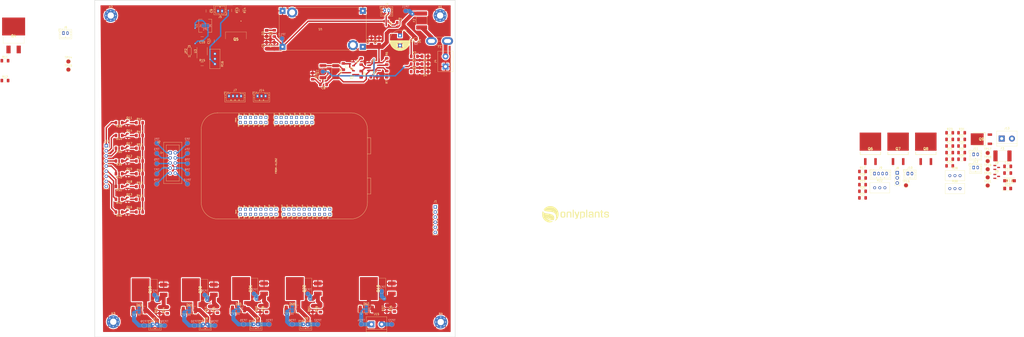
<source format=kicad_pcb>
(kicad_pcb (version 20221018) (generator pcbnew)
  (title_block (title "Greenhouse project FRDM-KL35Z hat") (date "2023-02-18") (rev "V1.0") (company "OnlyPlants") (comment 1 "Author: Emiel Visser"))
  (layers (0 "F.Cu" signal) (31 "B.Cu" signal) (34 "B.Paste" user) (35 "F.Paste" user) (36 "B.SilkS" user "B.Silkscreen") (37 "F.SilkS" user "F.Silkscreen") (38 "B.Mask" user) (39 "F.Mask" user) (44 "Edge.Cuts" user))
  (net 0 "")
  (net 65 "/Humidifier/piezo+")
  (net 66 "GNDREF")
  (net 67 "Net-(U2-THR)")
  (net 68 "+15V")
  (net 69 "+12V")
  (net 70 "/Water/Pump-")
  (net 71 "/Fans/Fan1-")
  (net 72 "/Fans/Fan2-")
  (net 73 "/Fans/Fan3-")
  (net 74 "/Fans/Fan4-")
  (net 75 "THERM0")
  (net 76 "THERM1")
  (net 77 "ANODE")
  (net 78 "Net-(Q1-G)")
  (net 79 "/OLED_SDA")
  (net 80 "/OLED_SCL")
  (net 81 "Net-(Q3-B)")
  (net 82 "AHT_SDA")
  (net 83 "AHT_SCL")
  (net 84 "LDR_OUT")
  (net 85 "/Humidifier/MIST-")
  (net 86 "HUM_OUT")
  (net 87 "adj")
  (net 88 "Net-(U2-DIS)")
  (net 89 "Net-(U2-Q)")
  (net 90 "/Heating/BED_OUT")
  (net 91 "Net-(D1-A)")
  (net 93 "Net-(D2-A)")
  (net 94 "/Fans/Fan1+")
  (net 95 "/Fans/Fan2+")
  (net 96 "/Fans/Fan3+")
  (net 97 "/Fans/Fan4+")
  (net 98 "/OUT_SW1")
  (net 99 "/OUT_SW2")
  (net 100 "/OUT_SW3")
  (net 101 "/OUT_SW4")
  (net 102 "/OUT_SW5")
  (net 103 "+3.3V")
  (net 104 "/BT_STATE")
  (net 105 "Net-(D3-A)")
  (net 106 "/Water/Pump+")
  (net 107 "VDC")
  (net 108 "Net-(Q9-Pad1)")
  (net 109 "R_IN")
  (net 110 "G_IN")
  (net 111 "B_IN")
  (net 112 "Net-(Q14-B)")
  (net 113 "Net-(F1-Pad2)")
  (net 114 "Net-(Q5-Pad1)")
  (net 115 "Net-(Q10-Pad1)")
  (net 116 "/BT_RXD")
  (net 117 "SENS1")
  (net 118 "Net-(Q16-B)")
  (net 119 "SENS2")
  (net 120 "Net-(Q17-B)")
  (net 121 "SENS3")
  (net 122 "Net-(Q18-B)")
  (net 123 "SENS4")
  (net 124 "SENS5")
  (net 125 "SENS6")
  (net 126 "SENS7")
  (net 127 "SENS8")
  (net 128 "MIST_EN")
  (net 129 "HEATER_IN")
  (net 130 "PUMP_IN")
  (net 131 "FAN1_IN")
  (net 132 "FAN2_IN")
  (net 133 "FAN3_IN")
  (net 134 "FAN4_IN")
  (net 135 "MIST_CLK")
  (net 136 "/BT_TXD")
  (net 137 "/BT_EN")
  (net 138 "/Power/BATT_IN")
  (net 139 "Net-(Q2-E)")
  (net 140 "Net-(D6-K)")
  (net 141 "Net-(C9-Pad2)")
  (net 142 "Net-(U3-CV)")
  (net 143 "Net-(U3-THR)")
  (net 144 "Net-(D4-A)")
  (net 145 "Net-(D8-K-Pad3)")
  (net 146 "Net-(D9-K-Pad3)")
  (net 147 "Net-(D10-A)")
  (net 148 "Net-(D11-Pad1)")
  (net 149 "Net-(J8-Pin_2)")
  (net 150 "Net-(J9-Pin_2)")
  (net 151 "Net-(J9-Pin_3)")
  (net 152 "Net-(J9-Pin_4)")
  (net 153 "Net-(J11-Pin_1)")
  (net 154 "Net-(J12-Pin_1)")
  (net 155 "Net-(JP1-C)")
  (net 156 "Net-(JP2-A)")
  (net 158 "Net-(Q2-B)")
  (net 159 "Net-(Q4-Pad1)")
  (net 160 "Net-(Q11-B)")
  (net 161 "Net-(Q12-B)")
  (net 162 "Net-(Q13-B)")
  (net 163 "Net-(Q15-B)")
  (net 164 "Net-(Q19-Pad1)")
  (net 165 "Net-(Q20-Pad1)")
  (net 166 "Net-(Q21-Pad1)")
  (net 167 "Net-(Q22-Pad1)")
  (net 168 "Net-(R20-Pad2)")
  (net 169 "Net-(R27-Pad2)")
  (net 170 "Net-(R29-Pad2)")
  (footprint "Package_TO_SOT_SMD:SOT-23" (layer "F.Cu") (at 142.5725 111.76)
    (fp_text reference "Q11")
    (fp_text value "BC847")
  )
  (footprint "Diode_SMD:D_SOD-323" (layer "F.Cu") (at 285.021 71.12 -90)
    (fp_text reference "D5")
    (fp_text value "BZX384-A13-QX")
  )
  (footprint "Connector_JST:JST_PH_B2B-PH-K_1x02_P2.00mm_Vertical" (layer "F.Cu") (at 204.47 212.09)
    (fp_text reference "J19")
    (fp_text value "Conn_01x02_Socket")
  )
  (footprint "TerminalBlock:TerminalBlock_bornier-2_P5.08mm" (layer "F.Cu") (at 299.72 83.82 90)
    (fp_text reference "J4")
    (fp_text value "Screw_Terminal_01x02")
  )
  (footprint "SamacSys_Parts:IRF640S" (layer "F.Cu") (at 510.84 123.155)
    (fp_text reference "Q6")
    (fp_text value "IRF640S" hide)
  )
  (footprint "Resistor_SMD:R_1206_3216Metric_Pad1.30x1.75mm_HandSolder" (layer "F.Cu") (at 147.6525 149.86)
    (fp_text reference "R43")
    (fp_text value "2.2k")
  )
  (footprint "SamacSys_Parts:IRF2804STRLPBF" (layer "F.Cu") (at 154.904882 194.90625 90)
    (fp_text reference "Q19")
    (fp_text value "IRLZ44NSTRLPBF" hide)
  )
  (footprint "TestPoint:TestPoint_Pad_D2.0mm" (layer "F.Cu") (at 569.131 130.87)
    (fp_text reference "TP18")
    (fp_text value "TestPoint")
  )
  (footprint "Resistor_SMD:R_1206_3216Metric_Pad1.30x1.75mm_HandSolder" (layer "F.Cu") (at 80.8 80.915)
    (fp_text reference "R11")
    (fp_text value "2.2k")
  )
  (footprint "Connector_PinHeader_2.54mm:PinHeader_1x09_P2.54mm_Vertical" (layer "F.Cu") (at 131.1425 123.19)
    (fp_text reference "J16")
    (fp_text value "Conn_01x09_Socket")
  )
  (footprint "Diode_SMD:D_2512_6332Metric_Pad1.52x3.35mm_HandSolder" (layer "F.Cu") (at 238.76 86.36 90)
    (fp_text reference "D7")
    (fp_text value "1N4007")
  )
  (footprint "LED_SMD:LED_1206_3216Metric_Pad1.42x1.75mm_HandSolder" (layer "F.Cu") (at 289.56 78.74 180)
    (fp_text reference "D2")
    (fp_text value "LED")
  )
  (footprint "Diode_SMD:D_2512_6332Metric_Pad1.52x3.35mm_HandSolder" (layer "F.Cu") (at 172.412441 205.01275)
    (fp_text reference "D14")
    (fp_text value "1N4007")
  )
  (footprint "Resistor_SMD:R_1206_3216Metric_Pad1.30x1.75mm_HandSolder" (layer "F.Cu") (at 556.181 126.65)
    (fp_text reference "R34")
    (fp_text value "12k")
  )
  (footprint "Capacitor_SMD:C_1206_3216Metric_Pad1.33x1.80mm_HandSolder" (layer "F.Cu") (at 178.7775 69.85 180)
    (fp_text reference "C10")
    (fp_text value "100nF")
  )
  (footprint "Capacitor_SMD:C_1206_3216Metric_Pad1.33x1.80mm_HandSolder" (layer "F.Cu") (at 262.89 71.12 90)
    (fp_text reference "C2")
    (fp_text value "10uF")
  )
  (footprint "SamacSys_Parts:IRF640S" (layer "F.Cu") (at 524.608 123.155)
    (fp_text reference "Q7")
    (fp_text value "IRF640S" hide)
  )
  (footprint "Package_TO_SOT_SMD:SOT-23" (layer "F.Cu") (at 573.601 134.03)
    (fp_text reference "D8")
    (fp_text value "BAV99")
  )
  (footprint "Connector_JST:JST_PH_B2B-PH-K_1x02_P2.00mm_Vertical" (layer "F.Cu") (at 229.186132 212.09)
    (fp_text reference "J20")
    (fp_text value "Conn_01x02_Socket")
  )
  (footprint "Package_SO:SOIC-8_3.9x4.9mm_P1.27mm" (layer "F.Cu") (at 178.7775 76.2 90)
    (fp_text reference "U3")
    (fp_text value "NE555D")
  )
  (footprint "Jumper:SolderJumper-3_P1.3mm_Bridged2Bar12_RoundedPad1.0x1.5mm_NumberLabels" (layer "F.Cu") (at 172.4275 76.2 90)
    (fp_text reference "JP2")
    (fp_text value "Jumper_3_Bridged12")
  )
  (footprint "TestPoint:TestPoint_Pad_D2.0mm" (layer "F.Cu") (at 569.131 126.82)
    (fp_text reference "TP17")
    (fp_text value "TestPoint")
  )
  (footprint "FRDM-KL25Z:FRDM_KL25Z_NORMAL" (layer "F.Cu") (at 215.522205 133.260001 90)
    (fp_text reference "FRDM1")
    (fp_text value "FRDM-KL25Z")
  )
  (footprint "Resistor_SMD:R_1206_3216Metric_Pad1.30x1.75mm_HandSolder" (layer "F.Cu") (at 233.68 88.62 -90)
    (fp_text reference "R10")
    (fp_text value "25")
  )
  (footprint "Resistor_SMD:R_1206_3216Metric_Pad1.30x1.75mm_HandSolder" (layer "F.Cu") (at 214.63 67.31 90)
    (fp_text reference "R3")
    (fp_text value "4.7k")
  )
  (footprint "Resistor_SMD:R_1206_3216Metric_Pad1.30x1.75mm_HandSolder" (layer "F.Cu") (at 186.382441 204.76275 90)
    (fp_text reference "R55")
    (fp_text value "2.2k")
  )
  (footprint "Resistor_SMD:R_1206_3216Metric_Pad1.30x1.75mm_HandSolder" (layer "F.Cu") (at 137.4925 149.86 180)
    (fp_text reference "R40")
    (fp_text value "100")
  )
  (footprint "Resistor_SMD:R_1206_3216Metric_Pad1.30x1.75mm_HandSolder" (layer "F.Cu") (at 147.6525 130.81)
    (fp_text reference "R42")
    (fp_text value "2.2k")
  )
  (footprint "Resistor_SMD:R_1206_3216Metric_Pad1.30x1.75mm_HandSolder" (layer "F.Cu") (at 137.4925 130.81 180)
    (fp_text reference "R39")
    (fp_text value "100")
  )
  (footprint "Resistor_SMD:R_1206_3216Metric_Pad1.30x1.75mm_HandSolder" (layer "F.Cu") (at 210.82 204.44 90)
    (fp_text reference "R58")
    (fp_text value "2.2k")
  )
  (footprint "Resistor_SMD:R_1206_3216Metric_Pad1.30x1.75mm_HandSolder" (layer "F.Cu") (at 147.6525 137.16)
    (fp_text reference "R48")
    (fp_text value "2.2k")
  )
  (footprint "Package_TO_SOT_SMD:SOT-23" (layer "F.Cu") (at 142.5725 124.46)
    (fp_text reference "Q17")
    (fp_text value "BC847")
  )
  (footprint "Resistor_SMD:R_1206_3216Metric_Pad1.30x1.75mm_HandSolder" (layer "F.Cu") (at 550.231 123.36)
    (fp_text reference "R25")
    (fp_text value "2.37k 1%")
  )
  (footprint "Resistor_SMD:R_1206_3216Metric_Pad1.30x1.75mm_HandSolder" (layer "F.Cu") (at 270.51 81.28 -90)
    (fp_text reference "R6")
    (fp_text value "1k")
  )
  (footprint "Potentiometer_THT:Potentiometer_Bourns_3296W_Vertical" (layer "F.Cu") (at 555.381 138.1)
    (fp_text reference "R28")
    (fp_text value "R_Variable")
  )
  (footprint "Potentiometer_THT:Potentiometer_Bourns_3296W_Vertical" (layer "F.Cu") (at 185.1275 82.55 -90)
    (fp_text reference "R16")
    (fp_text value "R_Variable")
  )
  (footprint "Resistor_SMD:R_1206_3216Metric_Pad1.30x1.75mm_HandSolder" (layer "F.Cu") (at 198.12 55.88 -90)
    (fp_text reference "R14")
    (fp_text value "0")
  )
  (footprint "TerminalBlock:TerminalBlock_bornier-2_P5.08mm" (layer "F.Cu") (at 576.091 119.66)
    (fp_text reference "J13")
    (fp_text value "Screw_Terminal_01x02")
  )
  (footprint "Package_TO_SOT_SMD:SOT-23" (layer "F.Cu") (at 253.0625 82.44 180)
    (fp_text reference "Q3")
    (fp_text value "BC847")
  )
  (footprint "Resistor_SMD:R_1206_3216Metric_Pad1.30x1.75mm_HandSolder" (layer "F.Cu") (at 137.4925 111.76 180)
    (fp_text reference "R38")
    (fp_text value "100")
  )
  (footprint "Connector_JST:JST_PH_B2B-PH-K_1x02_P2.00mm_Vertical" (layer "F.Cu") (at 529.481 137.09)
    (fp_text reference "J10")
    (fp_text value "Conn_01x02_Socket")
  )
  (footprint "Resistor_SMD:R_1206_3216Metric_Pad1.30x1.75mm_HandSolder" (layer "F.Cu") (at 157.624882 205.06625 90)
    (fp_text reference "R56")
    (fp_text value "10k")
  )
  (footprint "Resistor_SMD:R_1206_3216Metric_Pad1.30x1.75mm_HandSolder" (layer "F.Cu") (at 274.32 204.19 90)
    (fp_text reference "R36")
    (fp_text value "2.2k")
  )
  (footprint "SamacSys_Parts:IRF2804STRLPBF" (layer "F.Cu") (at 179.852441 194.88275 90)
    (fp_text reference "Q20")
    (fp_text value "IRLZ44NSTRLPBF" hide)
  )
  (footprint "TestPoint:TestPoint_Pad_D2.0mm" (layer "F.Cu") (at 528.531 142.94)
    (fp_text reference "TP16")
    (fp_text value "TestPoint")
  )
  (footprint "Capacitor_SMD:C_1206_3216Metric_Pad1.33x1.80mm_HandSolder" (layer "F.Cu") (at 214.63 73.3675 90)
    (fp_text reference "C4")
    (fp_text value "10uF")
  )
  (footprint "MountingHole:MountingHole_3.2mm_M3_Pad_Via" (layer "F.Cu") (at 297.32 210.96)
    (fp_text reference "H4")
    (fp_text value "MountingHole_Pad")
  )
  (footprint "Connector_JST:JST_PH_B2B-PH-K_1x02_P2.00mm_Vertical" (layer "F.Cu") (at 188.69 56.1725 180)
    (fp_text reference "J5")
    (fp_text value "Conn_01x02_Socket")
  )
  (footprint "Inductor_SMD:L_6.3x6.3_H3" (layer "F.Cu") (at 180.34 63.5 90)
    (fp_text reference "L1")
    (fp_text value "220uH")
  )
  (footprint "Connector_JST:JST_PH_B2B-PH-K_1x02_P2.00mm_Vertical" (layer "F.Cu") (at 269.471 55.88)
    (fp_text reference "J3")
    (fp_text value "Conn_01x02_Socket")
  )
  (footprint "Capacitor_SMD:C_1206_3216Metric_Pad1.33x1.80mm_HandSolder" (layer "F.Cu") (at 239.0525 92.71 180)
    (fp_text reference "C8")
    (fp_text value "3.3nF")
  )
  (footprint "Package_TO_SOT_SMD:SOT-23" (layer "F.Cu") (at 270.211 62.17 -90)
    (fp_text reference "Q1")
    (fp_text value "AO3401A")
  )
  (footprint "Resistor_SMD:R_1206_3216Metric_Pad1.30x1.75mm_HandSolder" (layer "F.Cu") (at 161.434882 205.06625 90)
    (fp_text reference "R54")
    (fp_text value "2.2k")
  )
  (footprint "Resistor_SMD:R_1206_3216Metric_Pad1.30x1.75mm_HandSolder" (layer "F.Cu") (at 550.231 133.23)
    (fp_text reference "R29")
    (fp_text value "2.37k 1%")
  )
  (footprint "Resistor_SMD:R_1206_3216Metric_Pad1.30x1.75mm_HandSolder" (layer "F.Cu") (at 137.4925 137.16 180)
    (fp_text reference "R45")
    (fp_text value "100")
  )
  (footprint "MountingHole:MountingHole_3.2mm_M3_Pad_Via" (layer "F.Cu") (at 134.62 210.82)
    (fp_text reference "H3")
    (fp_text value "MountingHole_Pad")
  )
  (footprint "Resistor_SMD:R_1206_3216Metric_Pad1.30x1.75mm_HandSolder" (layer "F.Cu") (at 277.281 61.98)
    (fp_text reference "R4")
    (fp_text value "165")
  )
  (footprint "SamacSys_Parts:IRF2804STRLPBF" (layer "F.Cu") (at 268.3 194.31 90)
    (fp_text reference "Q10")
    (fp_text value "IRLZ44NSTRLPBF" hide)
  )
  (footprint "TestPoint:TestPoint_Pad_D2.0mm" (layer "F.Cu") (at 569.131 143.02)
    (fp_text reference "TP21")
    (fp_text value "TestPoint")
  )
  (footprint "SamacSys_Parts:IRF2804STRLPBF" (layer "F.Cu") (at 195.58 68.25 180)
    (fp_text reference "Q5")
    (fp_text value "IRLZ44NSTRLPBF" hide)
  )
  (footprint "LED_SMD:LED_1206_3216Metric_Pad1.42x1.75mm_HandSolder" (layer "F.Cu") (at 579.066 144.5)
    (fp_text reference "D10")
    (fp_text value "LED")
  )
  (footprint "SamacSys_Parts:IPD036N04LGATMA1" (layer "F.Cu") (at 570.206 119.968)
    (fp_text reference "Q9")
    (fp_text value "IPD036N04LGATMA1" hide)
  )
  (footprint "Package_TO_SOT_SMD:SOT-23" (layer "F.Cu") (at 573.601 138.48)
    (fp_text reference "D9")
    (fp_text value "BAV99")
  )
  (footprint "Resistor_SMD:R_1206_3216Metric_Pad1.30x1.75mm_HandSolder" (layer "F.Cu") (at 233.726132 204.47 90)
    (fp_text reference "R61")
    (fp_text value "10k")
  )
  (footprint "Resistor_SMD:R_1206_3216Metric_Pad1.30x1.75mm_HandSolder" (layer "F.Cu") (at 556.181 116.78)
    (fp_text reference "R31")
    (fp_text value "0")
  )
  (footprint "Resistor_SMD:R_1206_3216Metric_Pad1.30x1.75mm_HandSolder" (layer "F.Cu") (at 237.536132 204.47 90)
    (fp_text reference "R59")
    (fp_text value "2.2k")
  )
  (footprint "LED_SMD:LED_1206_3216Metric_Pad1.42x1.75mm_HandSolder" (layer "F.Cu") (at 289.56 86.36 180)
    (fp_text reference "D4")
    (fp_text value "LED")
  )
  (footprint "TerminalBlock:TerminalBlock_bornier-2_P5.08mm" (layer "F.Cu") (at 262.89 212.09)
    (fp_text reference "J15")
    (fp_text value "Screw_Terminal_01x02")
  )
  (footprint "Capacitor_SMD:C_1206_3216Metric_Pad1.33x1.80mm_HandSolder" (layer "F.Cu") (at 181.61 56.1725 -90)
    (fp_text reference "C9")
    (fp_text value "100nF")
  )
  (footprint "Connector_IDC:IDC-Header_2x05_P2.54mm_Vertical" (layer "F.Cu") (at 162.8965 126.72)
    (fp_text reference "J2")
    (fp_text value "Conn_01x10_Socket")
  )
  (footprint "Resistor_SMD:R_1206_3216Metric_Pad1.30x1.75mm_HandSolder" (layer "F.Cu") (at 194.31 55.88 -90)
    (fp_text reference "R13")
    (fp_text value "10")
  )
  (footprint "Connector_JST:JST_PH_B2B-PH-K_1x02_P2.00mm_Vertical" (layer "F.Cu") (at 109.86 67.165)
    (fp_text reference "J6")
    (fp_text value "Conn_01x02_Socket")
  )
  (footprint "Diode_SMD:D_2512_6332Metric_Pad1.52x3.35mm_HandSolder" (layer "F.Cu") (at 147.464882 205.06625)
    (fp_text reference "D13")
    (fp_text value "1N4007")
  )
  (footprint "Package_TO_SOT_SMD:SOT-23" (layer "F.Cu") (at 142.5725 137.16)
    (fp_text reference "Q15")
    (fp_text value "BC847")
  )
  (footprint "Resistor_SMD:R_1206_3216Metric_Pad1.30x1.75mm_HandSolder" (layer "F.Cu") (at 506.931 139.3)
    (fp_text reference "R18")
    (fp_text value "10k")
  )
  (footprint "Package_TO_SOT_SMD:SOT-23" (layer "F.Cu") (at 142.5725 130.81)
    (fp_text reference "Q12")
    (fp_text value "BC847")
  )
  (footprint "Resistor_SMD:R_1206_3216Metric_Pad1.30x1.75mm_HandSolder" (layer "F.Cu") (at 80.8 90.785)
    (fp_text reference "R12")
    (fp_text value "10k")
  )
  (footprint "Resistor_SMD:R_1206_3216Metric_Pad1.30x1.75mm_HandSolder" (layer "F.Cu") (at 506.931 149.17)
    (fp_text reference "R21")
    (fp_text value "0")
  )
  (footprint "Package_TO_SOT_SMD:SOT-23" (layer "F.Cu") (at 142.5725 118.11)
    (fp_text reference "Q14")
    (fp_text value "BC847")
  )
  (footprint "Resistor_SMD:R_1206_3216Metric_Pad1.30x1.75mm_HandSolder" (layer "F.Cu") (at 178.7775 82.55)
    (fp_text reference "R15")
    (fp_text value "10")
  )
  (footprint "Resistor_SMD:R_1206_3216Metric_Pad1.30x1.75mm_HandSolder" (layer "F.Cu") (at 257.81 87.63 -90)
    (fp_text reference "R8")
    (fp_text value "820")
  )
  (footprint "Connector_PinHeader_2.54mm:PinHeader_1x03_P2.54mm_Vertical" (layer "F.Cu") (at 524.181 136.69)
    (fp_text reference "J8")
    (fp_text value "Conn_01x03_Pin")
  )
  (footprint "Resistor_SMD:R_1206_3216Metric_Pad1.30x1.75mm_HandSolder" (layer "F.Cu") (at 147.6525 156.21)
    (fp_text reference "R49")
    (fp_text value "2.2k")
  )
  (footprint "Connector_PinSocket_2.54mm:PinSocket_1x06_P2.54mm_Vertical" (layer "F.Cu") (at 294.64 153.67)
    (fp_text reference "J1")
    (fp_text value "Conn_01x06_Socket")
  )
  (footprint "Resistor_SMD:R_1206_3216Metric_Pad1.30x1.75mm_HandSolder" (layer "F.Cu") (at 556.181 123.36)
    (fp_text reference "R33")
    (fp_text value "10k")
  )
  (footprint "Resistor_SMD:R_1206_3216Metric_Pad1.30x1.75mm_HandSolder" (layer "F.Cu") (at 137.4925 124.46 180)
    (fp_text reference "R50")
    (fp_text value "100")
  )
  (footprint "Fuse:Fuse_Blade_Mini_directSolder" (layer "F.Cu") (at 300.72 71.12 180)
    (fp_text reference "F1")
    (fp_text value "Fuse")
  )
  (footprint "LED_SMD:LED_1206_3216Metric_Pad1.42x1.75mm_HandSolder" (layer "F.Cu") (at 210.82 67.31 90)
    (fp_text reference "D3")
    (fp_text value "LED")
  )
  (footprint "Resistor_SMD:R_1206_3216Metric_Pad1.30x1.75mm_HandSolder" (layer "F.Cu") (at 270.51 204.19 90)
    (fp_text reference "R37")
    (fp_text value "10k")
  )
  (footprint "Connector_JST:JST_PH_B2B-PH-K_1x02_P2.00mm_Vertical" (layer "F.Cu") (at 154.354882 212.13125)
    (fp_text reference "J17")
    (fp_text value "Conn_01x02_Socket")
  )
  (footprint "User:LM2596_Buck_module" (layer "F.Cu") (at 260.315 75.7 180)
    (fp_text reference "U1")
    (fp_text value "LM2596 Buck")
  )
  (footprint "Capacitor_SMD:C_1206_3216Metric_Pad1.33x1.80mm_HandSolder" (layer "F.Cu") (at 264.16 88.9)
    (fp_text reference "C6")
    (fp_text value "470nF")
  )
  (footprint "Capacitor_SMD:C_1206_3216Metric_Pad1.33x1.80mm_HandSolder" (layer "F.Cu") (at 210.82 73.3675 90)
    (fp_text reference "C5")
    (fp_text value "0.1uF")
  )
  (footprint "Connector_JST:JST_PH_B4B-PH-K_1x04_P2.00mm_Vertical" (layer "F.Cu") (at 512.881 137.09)
    (fp_text reference "J9")
    (fp_text value "Conn_01x04_Socket")
  )
  (footprint "Diode_SMD:D_2512_6332Metric_Pad1.52x3.35mm_HandSolder" (layer "F.Cu") (at 196.85 204.47)
    (fp_text reference "D15")
    (fp_text value "1N4007")
  )
  (footprint "Capacitor_SMD:C_1206_3216Metric_Pad1.33x1.80mm_HandSolder" (layer "F.Cu") (at 266.7 71.12 90)
    (fp_text reference "C1")
    (fp_text value "0.1uF")
  )
  (footprint "Package_TO_SOT_SMD:SOT-23" (layer "F.Cu") (at 142.5725 156.21)
    (fp_text reference "Q16")
    (fp_text value "BC847")
  )
  (footprint "logo:logo" (layer "F.Cu") (at 364.49 157.48)
    (fp_text reference "G***")
    (fp_text value "LOGO" hide)
  )
  (footprint "TestPoint:TestPoint_Pad_D2.0mm" (layer "F.Cu") (at 569.131 134.92)
    (fp_text reference "TP19")
    (fp_text value "TestPoint")
  )
  (footprint "Fuse:Fuse_2920_7451Metric_Pad2.10x5.45mm_HandSolder" (layer "F.Cu") (at 287.861 60.9 90)
    (fp_text reference "F2")
    (fp_text value "Polyfuse")
  )
  (footprint "Resistor_SMD:R_1206_3216Metric_Pad1.30x1.75mm_HandSolder" (layer "F.Cu") (at 270.51 87.63 90)
    (fp_text reference "R7")
    (fp_text value "3.3k")
  )
  (footprint "Connector_JST:JST_PH_B2B-PH-K_1x02_P2.00mm_Vertical" (layer "F.Cu") (at 179.302441 212.15475)
    (fp_text reference "J18")
    (fp_text value "Conn_01x02_Socket")
  )
  (footprint "MountingHole:MountingHole_3.2mm_M3_Pad_Via" (layer "F.Cu") (at 133.35 58.42)
    (fp_text reference "H2")
    (fp_text value "MountingHole_Pad")
  )
  (footprint "Resistor_SMD:R_1206_3216Metric_Pad1.30x1.75mm_HandSolder" (layer "F.Cu") (at 556.181 120.07)
    (fp_text reference "R32")
    (fp_text value "0")
  )
  (footprint "Resistor_SMD:R_1206_3216Metric_Pad1.30x1.75mm_HandSolder" (layer "F.Cu") (at 257.81 81.28 90)
    (fp_text reference "R9")
    (fp_text value "820")
  )
  (footprint "Potentiometer_THT:Potentiometer_Bourns_3296W_Vertical" (layer "F.Cu") (at 518.031 144.14)
    (fp_text reference "R22")
    (fp_text value "R_Variable")
  )
  (footprint "Resistor_SMD:R_1206_3216Metric_Pad1.30x1.75mm_HandSolder" (layer "F.Cu") (at 147.6525 118.11)
    (fp_text reference "R47")
    (fp_text value "2.2k")
  )
  (footprint "Resistor_SMD:R_1206_3216Metric_Pad1.30x1.75mm_HandSolder" (layer "F.Cu") (at 182.572441 204.76275 90)
    (fp_text reference "R57")
    (fp_text value "10k")
  )
  (footprint "Capacitor_SMD:C_1206_3216Metric_Pad1.33x1.80mm_HandSolder" (layer "F.Cu") (at 579.051 133.48)
    (fp_text reference "C12")
    (fp_text value "0.1uF")
  )
  (footprint "Resistor_SMD:R_1206_3216Metric_Pad1.30x1.75mm_HandSolder" (layer "F.Cu") (at 550.231 126.65)
    (fp_text reference "R26")
    (fp_text value "2.37k 1%")
  )
  (footprint "Resistor_SMD:R_1206_3216Metric_Pad1.30x1.75mm_HandSolder" (layer "F.Cu") (at 550.231 116.78)
    (fp_text reference "R23")
    (fp_text value "4.7k")
  )
  (footprint "Package_TO_SOT_SMD:SOT-23" (layer "F.Cu") (at 142.5725 143.51)
    (fp_text reference "Q18")
    (fp_text value "BC847")
  )
  (footprint "SamacSys_Parts:IRF2804STRLPBF" (layer "F.Cu") (at 85.09 70.565)
    (fp_text reference "Q4")
    (fp_text value "IRLZ44NSTRLPBF" hide)
  )
  (footprint "Resistor_SMD:R_1206_3216Metric_Pad1.30x1.75mm_HandSolder" (layer "F.Cu") (at 147.6525 143.51)
    (fp_text reference "R53")
    (fp_text value "2.2k")
  )
  (footprint "MountingHole:MountingHole_3.2mm_M3_Pad_Via" (layer "F.Cu") (at 297.04 58.42)
    (fp_text reference "H1")
    (fp_text value "MountingHole_Pad")
  )
  (footprint "Fuse:Fuse_2920_7451Metric_Pad2.10x5.45mm_HandSolder" (layer "F.Cu") (at 576.461 128.3)
    (fp_text reference "F3")
    (fp_text value "Polyfuse")
  )
  (footprint "Diode_SMD:D_2512_6332Metric_Pad1.52x3.35mm_HandSolder" (layer "F.Cu") (at 245.11 86.36 -90)
    (fp_text reference "D6")
    (fp_text value "1N4007")
  )
  (footprint "SamacSys_Parts:IRF2804STRLPBF" (layer "F.Cu") (at 231.516132 194.31 90)
    (fp_text reference "Q22")
    (fp_text value "IRLZ44NSTRLPBF" hide)
  )
  (footprint "Connector_JST:JST_PH_B4B-PH-K_1x04_P2.00mm_Vertical" (layer "F.Cu") (at 192.12 98.51)
    (fp_text reference "J7")
    (fp_text value "Conn_01x04_Socket")
  )
  (footprint "Resistor_SMD:R_1206_3216Metric_Pad1.30x1.75mm_HandSolder" (layer "F.Cu") (at 506.931 136.01)
    (fp_text reference "R17")
    (fp_text value "10k")
  )
  (footprint "Resistor_SMD:R_1206_3216Metric_Pad1.30x1.75mm_HandSolder" (layer "F.Cu") (at 506.931 145.88)
    (fp_text reference "R20")
    (fp_text value "100k")
  )
  (footprint "Connector_JST:JST_PH_B2B-PH-K_1x02_P2.00mm_Vertical" (layer "F.Cu") (at 562.131 134.07)
    (fp_text reference "J12")
    (fp_text value "Conn_01x02_Socket")
  )
  (footprint "TestPoint:TestPoint_Pad_D2.0mm" (layer "F.Cu") (at 112.31 81.295)
    (fp_text reference "TP14")
    (fp_text value "TestPoint")
  )
  (footprint "Capacitor_SMD:C_1206_3216Metric_Pad1.33x1.80mm_HandSolder" (layer "F.Cu") (at 579.051 136.83)
    (fp_text reference "C13")
    (fp_text value "0.1uF")
  )
  (footprint "Resistor_SMD:R_1206_3216Metric_Pad1.30x1.75mm_HandSolder" (layer "F.Cu") (at 147.6525 111.76)
    (fp_text reference "R41")
    (fp_text value "2.2k")
  )
  (footprint "Resistor_SMD:R_1206_3216Metric_Pad1.30x1.75mm_HandSolder" (layer "F.Cu") (at 147.6525 124.46)
    (fp_text reference "R52")
    (fp_text value "2.2k")
  )
  (footprint "Resistor_SMD:R_1206_3216Metric_Pad1.30x1.75mm_HandSolder" (layer "F.Cu") (at 284.2 86.36)
    (fp_text reference "R5")
    (fp_text value "2.2k")
  )
  (footprint "TestPoint:TestPoint_Pad_D2.0mm" (layer "F.Cu") (at 569.131 138.97)
    (fp_text reference "TP20")
    (fp_text value "TestPoint")
  )
  (footprint "Package_TO_SOT_SMD:SOT-23" (layer "F.Cu") (at 142.5725 149.86)
    (fp_text reference "Q13")
    (fp_text value "BC847")
  )
  (footprint "Resistor_SMD:R_1206_3216Metric_Pad1.30x1.75mm_HandSolder" (layer "F.Cu") (at 284.2 78.74)
    (fp_text reference "R2")
    (fp_text value "10k")
  )
  (footprint "Resistor_SMD:R_1206_3216Metric_Pad1.30x1.75mm_HandSolder" (layer "F.Cu") (at 550.231 129.94)
    (fp_text reference "R27")
    (fp_text value "2.37k 1%")
  )
  (footprint "Resistor_SMD:R_1206_3216Metric_Pad1.30x1.75mm_HandSolder" (layer "F.Cu") (at 284.2 82.55)
    (fp_text reference "R1")
    (fp_text value "750")
  )
  (footprint "Resistor_SMD:R_1206_3216Metric_Pad1.30x1.75mm_HandSolder" (layer "F.Cu") (at 506.931 142.59)
    (fp_text reference "R19")
    (fp_text value "10k")
  )
  (footprint "Resistor_SMD:R_1206_3216Metric_Pad1.30x1.75mm_HandSolder" (layer "F.Cu") (at 207.56 204.44 90)
    (fp_text reference "R60")
    (fp_text value "10k")
  )
  (footprint "SamacSys_Parts:IRF2804STRLPBF" (layer "F.Cu") (at 204.8 194.31 90)
    (fp_text reference "Q21")
    (fp_text value "IRLZ44NSTRLPBF" hide)
  )
  (footprint "SamacSys_Parts:DIOM5126X245N" (layer "F.Cu") (at 579.971 140.655)
    (fp_text reference "D11")
    (fp_text value "SS54" hide)
  )
  (footprint "Potentiometer_THT:Potentiometer_Bourns_3296W_Vertical" (layer "F.Cu") (at 555.381 144.55)
    (fp_text reference "R30")
    (fp_text value "R_Variable")
  )
  (footprint "Capacitor_THT:CP_Radial_D10.0mm_P5.00mm" (layer "F.Cu") (at 277.101 68.33 -90)
    (fp_text reference "C3")
    (fp_text value "1000uF")
  )
  (footprint "SamacSys_Parts:IRF640S" (layer "F.Cu") (at 538.376 123.155)
    (fp_text reference "Q8")
    (fp_text value "IRF640S" hide)
  )
  (footprint "Resistor_SMD:R_1206_3216Metric_Pad1.30x1.75mm_HandSolder" (layer "F.Cu") (at 556.181 129.94)
    (fp_text reference "R35")
    (fp_text value "4.7k")
  )
  (footprint "LED_SMD:LED_1206_3216Metric_Pad1.42x1.75mm_HandSolder" (layer "F.Cu") (at 289.56 82.55 180)
    (fp_text reference "D1")
    (fp_text value "LED")
  )
  (footprint "TestPoint:TestPoint_Pad_D2.0mm" (layer "F.Cu") (at 112.31 85.345)
    (fp_text reference "TP15")
    (fp_text value "TestPoint")
  )
  (footprint "Diode_SMD:D_2512_6332Metric_Pad1.52x3.35mm_HandSolder" (layer "F.Cu") (at 223.566132 204.47)
    (fp_text reference "D16")
    (fp_text value "1N4007")
  )
  (footprint "Capacitor_SMD:C_1206_3216Metric_Pad1.33x1.80mm_HandSolder" (layer "F.Cu") (at 183.8575 71.12 90)
    (fp_text reference "C11")
    (fp_text value "10nF")
  )
  (footprint "Resistor_SMD:R_1206_3216Metric_Pad1.30x1.75mm_HandSolder" (layer "F.Cu") (at 137.4925 156.21 180)
    (fp_text reference "R46")
    (fp_text value "100")
  )
  (footprint "Connector_JST:JST_PH_B3B-PH-K_1x03_P2.00mm_Vertical" (layer "F.Cu") (at 206.28 98.51)
    (fp_text reference "J14")
    (fp_text value "Conn_01x03_Socket")
  )
  (footprint "Package_SO:SOIC-8_3.9x4.9mm_P1.27mm" (layer "F.Cu") (at 264.16 83.82)
    (fp_text reference "U2")
    (fp_text value "NE555D")
  )
  (footprint "Resistor_SMD:R_1206_3216Metric_Pad1.30x1.75mm_HandSolder" (layer "F.Cu") (at 550.231 120.07)
    (fp_text reference "R24")
    (fp_text value "4.7k")
  )
  (footprint "Package_TO_SOT_SMD:SOT-23" (layer "F.Cu") (at 253.0625 86.89 180)
    (fp_text reference "Q2")
    (fp_text value "BC847")
  )
  (footprint "Capacitor_SMD:C_1206_3216Metric_Pad1.33x1.80mm_HandSolder" (layer "F.Cu") (at 248.92 83.82 -90)
    (fp_text reference "C7")
    (fp_text value "330uF")
  )
  (footprint "Resistor_SMD:R_1206_3216Metric_Pad1.30x1.75mm_HandSolder" (layer "F.Cu") (at 137.4925 118.11 180)
    (fp_text reference "R44")
    (fp_text value "100")
  )
  (footprint "Resistor_SMD:R_1206_3216Metric_Pad1.30x1.75mm_HandSolder" (layer "F.Cu") (at 137.4925 143.51 180)
    (fp_text reference "R51")
    (fp_text value "100")
  )
  (footprint "Connector_JST:JST_PH_B2B-PH-K_1x02_P2.00mm_Vertical" (layer "F.Cu") (at 562.131 127.52)
    (fp_text reference "J11")
    (fp_text value "Conn_01x02_Socket")
  )
  (footprint "Diode_SMD:D_2512_6332Metric_Pad1.52x3.35mm_HandSolder" (layer "F.Cu") (at 260.35 204.47)
    (fp_text reference "D12")
    (fp_text value "1N4007")
  )
  (footprint "Jumper:SolderJumper-3_P1.3mm_Bridged2Bar12_RoundedPad1.0x1.5mm_NumberLabels" (layer "B.Cu") (at 196.85 204.47 90)
    (fp_text reference "JP6")
    (fp_text value "Jumper_3_Bridged12")
  )
  (footprint "TestPoint:TestPoint_Pad_D2.0mm" (layer "B.Cu") (at 223.566132 212.09 180)
    (fp_text reference "TP36")
    (fp_text value "TestPoint")
  )
  (footprint "TestPoint:TestPoint_Pad_D2.0mm" (layer "B.Cu") (at 171.45 127 180)
    (fp_text reference "TP4")
    (fp_text value "TestPoint")
  )
  (footprint "TestPoint:TestPoint_Pad_D2.0mm" (layer "B.Cu") (at 231.186132 196.85 180)
    (fp_text reference "TP34")
    (fp_text value "TestPoint")
  )
  (footprint "TestPoint:TestPoint_Pad_D2.0mm" (layer "B.Cu") (at 204.47 196.85 180)
    (fp_text reference "TP33")
    (fp_text value "TestPoint")
  )
  (footprint "TestPoint:TestPoint_Pad_D2.0mm" (layer "B.Cu") (at 156.21 127 180)
    (fp_text reference "TP3")
    (fp_text value "TestPoint")
  )
  (footprint "TestPoint:TestPoint_Pad_D2.0mm" (layer "B.Cu") (at 174.952441 212.66275 180)
    (fp_text reference "TP30")
    (fp_text value "TestPoint")
  )
  (footprint "TestPoint:TestPoint_Pad_D2.0mm" (layer "B.Cu") (at 156.21 132.08 180)
    (fp_text reference "TP5")
    (fp_text value "TestPoint")
  )
  (footprint "TestPoint:TestPoint_Pad_D2.0mm" (layer "B.Cu") (at 171.45 137.16 180)
    (fp_text reference "TP8")
    (fp_text value "TestPoint")
  )
  (footprint "TestPoint:TestPoint_Pad_D2.0mm" (layer "B.Cu") (at 185.112441 212.66275 180)
    (fp_text reference "TP26")
    (fp_text value "TestPoint")
  )
  (footprint "Jumper:SolderJumper-3_P1.3mm_Bridged2Bar12_RoundedPad1.0x1.5mm_NumberLabels" (layer "B.Cu") (at 147.464882 205.06625 90)
    (fp_text reference "JP4")
    (fp_text value "Jumper_3_Bridged12")
  )
  (footprint "TestPoint:TestPoint_Pad_D2.0mm" (layer "B.Cu") (at 218.44 69.85 180)
    (fp_text reference "TP12")
    (fp_text value "TestPoint")
  )
  (footprint "TestPoint:TestPoint_Pad_D2.0mm" (layer "B.Cu") (at 279.908 56.134 180)
    (fp_text reference "TP11")
    (fp_text value "TestPoint")
  )
  (footprint "TestPoint:TestPoint_Pad_D2.0mm" (layer "B.Cu") (at 236.266132 212.09 180)
    (fp_text reference "TP32")
    (fp_text value "TestPoint")
  )
  (footprint "TestPoint:TestPoint_Pad_D2.0mm" (layer "B.Cu") (at 273.05 212.09 180)
    (fp_text reference "TP22")
    (fp_text value "TestPoint")
  )
  (footprint "TestPoint:TestPoint_Pad_D2.0mm" (layer "B.Cu") (at 160.164882 212.68625 180)
    (fp_text reference "TP25")
    (fp_text value "TestPoint")
  )
  (footprint "Jumper:SolderJumper-3_P1.3mm_Bridged2Bar12_RoundedPad1.0x1.5mm_NumberLabels" (layer "B.Cu") (at 260.35 204.47 90)
    (fp_text reference "JP3")
    (fp_text value "Jumper_3_Bridged12")
  )
  (footprint "TestPoint:TestPoint_Pad_D2.0mm" (layer "B.Cu") (at 171.45 121.92 180)
    (fp_text reference "TP2")
    (fp_text value "TestPoint")
  )
  (footprint "TestPoint:TestPoint_Pad_D2.0mm" (layer "B.Cu") (at 150.004882 212.68625 180)
    (fp_text reference "TP29")
    (fp_text value "TestPoint")
  )
  (footprint "TestPoint:TestPoint_Pad_D2.0mm" (layer "B.Cu") (at 238.76 86.36 180)
    (fp_text reference "TP13")
    (fp_text value "TestPoint")
  )
  (footprint "TestPoint:TestPoint_Pad_D2.0mm" (layer "B.Cu") (at 156.21 142.24 180)
    (fp_text reference "TP9")
    (fp_text value "TestPoint")
  )
  (footprint "Jumper:SolderJumper-3_P1.3mm_Bridged2Bar12_RoundedPad1.0x1.5mm_NumberLabels" (layer "B.Cu") (at 172.412441 205.01275 90)
    (fp_text reference "JP5")
    (fp_text value "Jumper_3_Bridged12")
  )
  (footprint "Jumper:SolderJumper-3_P1.3mm_Bridged2Bar12_RoundedPad1.0x1.5mm_NumberLabels" (layer "B.Cu") (at 180.37 63.5)
    (fp_text reference "JP1")
    (fp_text value "Jumper_3_Bridged12")
  )
  (footprint "TestPoint:TestPoint_Pad_D2.0mm" (layer "B.Cu") (at 155.084882 197.44625 180)
    (fp_text reference "TP27")
    (fp_text value "TestPoint")
  )
  (footprint "TestPoint:TestPoint_Pad_D2.0mm" (layer "B.Cu") (at 267.97 195.58 180)
    (fp_text reference "TP23")
    (fp_text value "TestPoint")
  )
  (footprint "TestPoint:TestPoint_Pad_D2.0mm" (layer "B.Cu") (at 180.032441 197.42275 180)
    (fp_text reference "TP28")
    (fp_text value "TestPoint")
  )
  (footprint "TestPoint:TestPoint_Pad_D2.0mm" (layer "B.Cu") (at 156.21 137.16 180)
    (fp_text reference "TP7")
    (fp_text value "TestPoint")
  )
  (footprint "TestPoint:TestPoint_Pad_D2.0mm" (layer "B.Cu") (at 257.81 212.09 180)
    (fp_text reference "TP24")
    (fp_text value "TestPoint")
  )
  (footprint "TestPoint:TestPoint_Pad_D2.0mm" (layer "B.Cu") (at 171.45 142.24 180)
    (fp_text reference "TP10")
    (fp_text value "TestPoint")
  )
  (footprint "TestPoint:TestPoint_Pad_D2.0mm" (layer "B.Cu") (at 199.39 212.09 180)
    (fp_text reference "TP35")
    (fp_text value "TestPoint")
  )
  (footprint "Jumper:SolderJumper-3_P1.3mm_Bridged2Bar12_RoundedPad1.0x1.5mm_NumberLabels" (layer "B.Cu") (at 223.566132 204.47 90)
    (fp_text reference "JP7")
    (fp_text value "Jumper_3_Bridged12")
  )
  (footprint "TestPoint:TestPoint_Pad_D2.0mm" (layer "B.Cu") (at 171.45 132.08 180)
    (fp_text reference "TP6")
    (fp_text value "TestPoint")
  )
  (footprint "TestPoint:TestPoint_Pad_D2.0mm" (layer "B.Cu") (at 212.09 212.09 180)
    (fp_text reference "TP31")
    (fp_text value "TestPoint")
  )
  (footprint "TestPoint:TestPoint_Pad_D2.0mm" (layer "B.Cu") (at 156.21 121.92 180)
    (fp_text reference "TP1")
    (fp_text value "TestPoint")
  )
  (gr_rect (start 125.421 50.8) (end 304.491 218.44) (stroke (width 0.2)) (fill none) (layer "Edge.Cuts"))
  (segment (start 186.69 56.1725) (end 185.1275 54.61) (width 2) (layer "F.Cu") (net 65))
  (segment (start 185.1275 54.61) (end 181.61 54.61) (width 2) (layer "F.Cu") (net 65))
  (segment (start 171.45 137.16) (end 168.63 134.34) (width 0.7) (layer "B.Cu") (net 66))
  (segment (start 168.63 134.34) (end 165.4365 134.34) (width 0.7) (layer "B.Cu") (net 66))
  (segment (start 266.635 84.455) (end 268.885 84.455) (width 0.7) (layer "F.Cu") (net 67))
  (segment (start 263.26 82.304949) (end 263.26 80.91) (width 0.7) (layer "F.Cu") (net 67))
  (segment (start 263.26 80.91) (end 264.16 80.01) (width 0.7) (layer "F.Cu") (net 67))
  (segment (start 265.11 85.285051) (end 265.940051 84.455) (width 0.7) (layer "F.Cu") (net 67))
  (segment (start 265.940051 84.455) (end 266.635 84.455) (width 0.7) (layer "F.Cu") (net 67))
  (segment (start 265.11 86.3875) (end 265.11 85.285051) (width 0.7) (layer "F.Cu") (net 67))
  (segment (start 262.5975 88.9) (end 265.11 86.3875) (width 0.7) (layer "F.Cu") (net 67))
  (segment (start 268.885 84.455) (end 270.51 86.08) (width 0.7) (layer "F.Cu") (net 67))
  (segment (start 262.379949 83.185) (end 263.26 82.304949) (width 0.7) (layer "F.Cu") (net 67))
  (segment (start 261.685 83.185) (end 262.379949 83.185) (width 0.7) (layer "F.Cu") (net 67))
  (via (at 264.01375 87.48375) (size 0.8) (drill 0.4) (layers "F.Cu" "B.Cu") (net 67))
  (via (at 264.16 80.01) (size 0.8) (drill 0.4) (layers "F.Cu" "B.Cu") (net 67))
  (segment (start 264.16 80.01) (end 264.16 87.3375) (width 0.7) (layer "B.Cu") (net 67))
  (segment (start 264.16 87.3375) (end 264.01375 87.48375) (width 0.7) (layer "B.Cu") (net 67))
  (segment (start 238.76 89.3475) (end 239.5825 89.3475) (width 0.7) (layer "F.Cu") (net 68))
  (segment (start 175.26 76.2) (end 172.4275 76.2) (width 0.7) (layer "F.Cu") (net 68))
  (segment (start 176.8725 74.5875) (end 175.26 76.2) (width 0.7) (layer "F.Cu") (net 68))
  (segment (start 176.8725 73.725) (end 176.8725 74.5875) (width 0.7) (layer "F.Cu") (net 68))
  (segment (start 238.76 89.3475) (end 238.76 91.44) (width 0.7) (layer "F.Cu") (net 68))
  (segment (start 234.95 90.17) (end 237.49 92.71) (width 0.7) (layer "F.Cu") (net 68))
  (segment (start 279.4 83.82) (end 281.38 83.82) (width 0.7) (layer "F.Cu") (net 68))
  (segment (start 281.38 83.82) (end 282.65 82.55) (width 0.7) (layer "F.Cu") (net 68))
  (segment (start 241.3 87.63) (end 241.3 86.36) (width 0.7) (layer "F.Cu") (net 68))
  (segment (start 239.5825 89.3475) (end 241.3 87.63) (width 0.7) (layer "F.Cu") (net 68))
  (segment (start 238.76 91.44) (end 237.49 92.71) (width 0.7) (layer "F.Cu") (net 68))
  (segment (start 176.595 73.725) (end 175.26 72.39) (width 0.7) (layer "F.Cu") (net 68))
  (segment (start 176.8725 73.725) (end 176.595 73.725) (width 0.7) (layer "F.Cu") (net 68))
  (segment (start 233.68 90.17) (end 234.95 90.17) (width 0.7) (layer "F.Cu") (net 68))
  (via (at 279.4 83.82) (size 0.8) (drill 0.4) (layers "F.Cu" "B.Cu") (net 68))
  (via (at 175.26 72.39) (size 0.8) (drill 0.4) (layers "F.Cu" "B.Cu") (net 68))
  (via (at 241.3 86.36) (size 0.8) (drill 0.4) (layers "F.Cu" "B.Cu") (net 68))
  (segment (start 274.78625 88.43375) (end 279.4 83.82) (width 0.7) (layer "B.Cu") (net 68))
  (segment (start 181.67 63.5) (end 181.67 68.52) (width 0.7) (layer "B.Cu") (net 68))
  (segment (start 243.37375 88.43375) (end 274.78625 88.43375) (width 0.7) (layer "B.Cu") (net 68))
  (segment (start 181.67 68.52) (end 179.07 71.12) (width 0.7) (layer "B.Cu") (net 68))
  (segment (start 241.3 86.36) (end 243.37375 88.43375) (width 0.7) (layer "B.Cu") (net 68))
  (segment (start 241.3 86.36) (end 238.76 86.36) (width 0.7) (layer "B.Cu") (net 68))
  (segment (start 179.07 71.12) (end 176.53 71.12) (width 0.7) (layer "B.Cu") (net 68))
  (segment (start 176.53 71.12) (end 175.26 72.39) (width 0.7) (layer "B.Cu") (net 68))
  (segment (start 264.795 81.915) (end 266.635 81.915) (width 0.7) (layer "F.Cu") (net 69))
  (segment (start 278.831 64.069) (end 278.831 63.5) (width 2) (layer "F.Cu") (net 69))
  (segment (start 266.635 74.065) (end 266.7 74) (width 0.7) (layer "F.Cu") (net 69))
  (segment (start 278.831 63.5) (end 278.831 61.98) (width 2) (layer "F.Cu") (net 69))
  (segment (start 263.525 85.725) (end 264.16 85.09) (width 0.7) (layer "F.Cu") (net 69))
  (segment (start 287.861 57.425) (end 283.386 57.425) (width 2) (layer "F.Cu") (net 69))
  (segment (start 261.685 86.295) (end 261.685 85.725) (width 0.7) (layer "F.Cu") (net 69))
  (segment (start 266.635 81.28) (end 266.635 74.065) (width 0.7) (layer "F.Cu") (net 69))
  (segment (start 268.265 74) (end 270.51 71.755) (width 2) (layer "F.Cu") (net 69))
  (segment (start 271.78 66.04) (end 276.86 66.04) (width 2) (layer "F.Cu") (net 69))
  (segment (start 245.11 89.3475) (end 246.8275 89.3475) (width 0.7) (layer "F.Cu") (net 69))
  (segment (start 277.101 68.33) (end 277.101 65.799) (width 2) (layer "F.Cu") (net 69))
  (segment (start 264.16 82.55) (end 264.795 81.915) (width 0.7) (layer "F.Cu") (net 69))
  (segment (start 283.21 57.601) (end 278.831 61.98) (width 2) (layer "F.Cu") (net 69))
  (segment (start 266.7 81.215) (end 266.635 81.28) (width 0.7) (layer "F.Cu") (net 69))
  (segment (start 266.635 81.915) (end 266.635 81.28) (width 0.7) (layer "F.Cu") (net 69))
  (segment (start 261.685 85.725) (end 263.525 85.725) (width 0.7) (layer "F.Cu") (net 69))
  (segment (start 277.101 65.799) (end 278.831 64.069) (width 2) (layer "F.Cu") (net 69))
  (segment (start 260.35 87.63) (end 261.685 86.295) (width 0.7) (layer "F.Cu") (net 69))
  (segment (start 245.11 89.3475) (end 243.9775 89.3475) (width 0.7) (layer "F.Cu") (net 69))
  (segment (start 282.65 78.74) (end 282.65 70.41) (width 0.7) (layer "F.Cu") (net 69))
  (segment (start 283.386 57.425) (end 283.21 57.601) (width 2) (layer "F.Cu") (net 69))
  (segment (start 264.16 85.09) (end 264.16 82.55) (width 0.7) (layer "F.Cu") (net 69))
  (segment (start 252.125 86.89) (end 247.5675 86.89) (width 0.7) (layer "F.Cu") (net 69))
  (segment (start 247.5675 86.89) (end 245.11 89.3475) (width 0.7) (layer "F.Cu") (net 69))
  (segment (start 270.51 71.755) (end 270.51 67.31) (width 2) (layer "F.Cu") (net 69))
  (segment (start 285.021 69.69) (end 284.1955 68.8645) (width 2) (layer "F.Cu") (net 69))
  (segment (start 270.51 67.31) (end 271.78 66.04) (width 2) (layer "F.Cu") (net 69))
  (segment (start 259.08 91.44) (end 260.35 90.17) (width 0.7) (layer "F.Cu") (net 69))
  (segment (start 285.021 70.07) (end 285.021 69.69) (width 2) (layer "F.Cu") (net 69))
  (segment (start 282.65 70.41) (end 284.1955 68.8645) (width 0.7) (layer "F.Cu") (net 69))
  (segment (start 248.92 91.44) (end 259.08 91.44) (width 0.7) (layer "F.Cu") (net 69))
  (segment (start 268.325 81.915) (end 270.51 79.73) (width 0.7) (layer "F.Cu") (net 69))
  (segment (start 284.1955 68.8645) (end 278.831 63.5) (width 2) (layer "F.Cu") (net 69))
  (segment (start 266.7 74) (end 268.265 74) (width 2) (layer "F.Cu") (net 69))
  (segment (start 276.86 66.04) (end 277.101 65.799) (width 2) (layer "F.Cu") (net 69))
  (segment (start 266.7 80.01) (end 266.7 81.215) (width 0.7) (layer "F.Cu") (net 69))
  (segment (start 258.615 74) (end 266.7 74) (width 2) (layer "F.Cu") (net 69))
  (segment (start 243.9775 89.3475) (end 240.615 92.71) (width 0.7) (layer "F.Cu") (net 69))
  (segment (start 260.35 90.17) (end 260.35 87.63) (width 0.7) (layer "F.Cu") (net 69))
  (segment (start 266.635 81.915) (end 268.325 81.915) (width 0.7) (layer "F.Cu") (net 69))
  (segment (start 246.8275 89.3475) (end 248.92 91.44) (width 0.7) (layer "F.Cu") (net 69))
  (via (at 283.21 57.601) (size 2) (drill 0.7) (layers "F.Cu" "B.Cu") (net 69))
  (segment (start 281.743 56.134) (end 283.21 57.601) (width 2) (layer "B.Cu") (net 69))
  (segment (start 279.908 56.134) (end 281.743 56.134) (width 2) (layer "B.Cu") (net 69))
  (segment (start 261.62 202.7525) (end 263.3375 204.47) (width 2) (layer "F.Cu") (net 70))
  (segment (start 261.62 194.31) (end 261.62 202.7525) (width 2) (layer "F.Cu") (net 70))
  (segment (start 267.97 212.09) (end 267.97 209.1025) (width 2) (layer "F.Cu") (net 70))
  (segment (start 267.97 209.1025) (end 263.3375 204.47) (width 2) (layer "F.Cu") (net 70))
  (segment (start 273.05 212.09) (end 267.97 212.09) (width 2) (layer "B.Cu") (net 70))
  (segment (start 148.224882 194.90625) (end 148.224882 198.20625) (width 2) (layer "F.Cu") (net 71))
  (segment (start 148.224882 198.20625) (end 150.452382 200.43375) (width 2) (layer "F.Cu") (net 71))
  (segment (start 156.354882 210.14625) (end 151.274882 205.06625) (width 2) (layer "F.Cu") (net 71))
  (segment (start 151.274882 205.06625) (end 150.452382 205.06625) (width 2) (layer "F.Cu") (net 71))
  (segment (start 156.354882 212.13125) (end 156.354882 210.14625) (width 2) (layer "F.Cu") (net 71))
  (segment (start 150.452382 200.43375) (end 150.452382 205.06625) (width 2) (layer "F.Cu") (net 71))
  (segment (start 160.164882 212.68625) (end 156.909882 212.68625) (width 2) (layer "B.Cu") (net 71))
  (segment (start 156.909882 212.68625) (end 156.354882 212.13125) (width 2) (layer "B.Cu") (net 71))
  (segment (start 175.399941 205.01275) (end 175.399941 197.11025) (width 2) (layer "F.Cu") (net 72))
  (segment (start 175.399941 205.01275) (end 177.462441 205.01275) (width 2) (layer "F.Cu") (net 72))
  (segment (start 177.462441 205.01275) (end 181.302441 208.85275) (width 2) (layer "F.Cu") (net 72))
  (segment (start 175.399941 197.11025) (end 173.172441 194.88275) (width 2) (layer "F.Cu") (net 72))
  (segment (start 181.302441 208.85275) (end 181.302441 212.15475) (width 2) (layer "F.Cu") (net 72))
  (segment (start 182.010441 212.66275) (end 181.502441 212.15475) (width 2) (layer "B.Cu") (net 72))
  (segment (start 185.112441 212.66275) (end 182.010441 212.66275) (width 2) (layer "B.Cu") (net 72))
  (segment (start 198.12 202.7525) (end 199.8375 204.47) (width 2) (layer "F.Cu") (net 73))
  (segment (start 201.725 204.47) (end 199.8375 204.47) (width 2) (layer "F.Cu") (net 73))
  (segment (start 198.12 194.31) (end 198.12 202.7525) (width 2) (layer "F.Cu") (net 73))
  (segment (start 206.47 209.215) (end 201.725 204.47) (width 2) (layer "F.Cu") (net 73))
  (segment (start 206.47 212.09) (end 206.47 209.215) (width 2) (layer "F.Cu") (net 73))
  (segment (start 212.09 212.09) (end 206.47 212.09) (width 2) (layer "B.Cu") (net 73))
  (segment (start 231.186132 212.09) (end 231.186132 209.1025) (width 2) (layer "F.Cu") (net 74))
  (segment (start 226.553632 204.47) (end 226.553632 196.0275) (width 2) (layer "F.Cu") (net 74))
  (segment (start 231.186132 209.1025) (end 226.553632 204.47) (width 2) (layer "F.Cu") (net 74))
  (segment (start 226.553632 196.0275) (end 224.836132 194.31) (width 2) (layer "F.Cu") (net 74))
  (segment (start 236.266132 212.09) (end 231.186132 212.09) (width 2) (layer "B.Cu") (net 74))
  (segment (start 149.2025 111.76) (end 149.2025 156.21) (width 0.7) (layer "F.Cu") (net 77))
  (segment (start 217.785 74.93) (end 218.715 74) (width 2) (layer "F.Cu") (net 77))
  (segment (start 214.63 68.86) (end 218.715 72.945) (width 0.7) (layer "F.Cu") (net 77))
  (segment (start 231.4825 61.2325) (end 218.715 74) (width 0.7) (layer "F.Cu") (net 77))
  (segment (start 210.82 74.93) (end 214.63 74.93) (width 2) (layer "F.Cu") (net 77))
  (segment (start 214.63 74.93) (end 217.785 74.93) (width 2) (layer "F.Cu") (net 77))
  (segment (start 218.715 72.945) (end 218.715 74) (width 0.7) (layer "F.Cu") (net 77))
  (segment (start 269.261 61.2325) (end 231.4825 61.2325) (width 0.7) (layer "F.Cu") (net 77))
  (segment (start 171.17 131.8) (end 165.4365 131.8) (width 0.7) (layer "B.Cu") (net 77))
  (segment (start 218.715 74) (end 218.715 70.125) (width 0.7) (layer "B.Cu") (net 77))
  (segment (start 218.715 70.125) (end 218.44 69.85) (width 0.7) (layer "B.Cu") (net 77))
  (segment (start 171.45 132.08) (end 171.17 131.8) (width 0.7) (layer "B.Cu") (net 77))
  (segment (start 274.591 63.12) (end 275.731 61.98) (width 0.7) (layer "F.Cu") (net 78))
  (segment (start 273.0485 63.12) (end 274.591 63.12) (width 0.7) (layer "F.Cu") (net 78))
  (segment (start 271.161 61.2325) (end 273.0485 63.12) (width 0.7) (layer "F.Cu") (net 78))
  (segment (start 156.21 142.24) (end 161.57 136.88) (width 0.7) (layer "B.Cu") (net 79))
  (segment (start 161.57 136.88) (end 162.8965 136.88) (width 0.7) (layer "B.Cu") (net 79))
  (segment (start 166.09 136.88) (end 165.4365 136.88) (width 0.7) (layer "B.Cu") (net 80))
  (segment (start 171.45 142.24) (end 166.09 136.88) (width 0.7) (layer "B.Cu") (net 80))
  (segment (start 257.66 79.73) (end 254 83.39) (width 0.7) (layer "F.Cu") (net 81))
  (segment (start 257.81 79.73) (end 257.66 79.73) (width 0.7) (layer "F.Cu") (net 81))
  (segment (start 192.76 55.88) (end 194.31 54.33) (width 0.7) (layer "F.Cu") (net 87))
  (segment (start 198.12 54.33) (end 194.31 54.33) (width 2) (layer "F.Cu") (net 87))
  (segment (start 182.69 80.2) (end 180.242551 80.2) (width 0.7) (layer "F.Cu") (net 87))
  (segment (start 191.77 55.88) (end 192.76 55.88) (width 0.7) (layer "F.Cu") (net 87))
  (segment (start 179.4125 79.369949) (end 179.4125 78.675) (width 0.7) (layer "F.Cu") (net 87))
  (segment (start 180.242551 80.2) (end 179.4125 79.369949) (width 0.7) (layer "F.Cu") (net 87))
  (via (at 191.77 55.88) (size 0.8) (drill 0.4) (layers "F.Cu" "B.Cu") (net 87))
  (via (at 182.69 80.2) (size 0.8) (drill 0.4) (layers "F.Cu" "B.Cu") (net 87))
  (segment (start 186.69 69.85) (end 187.96 68.58) (width 0.7) (layer "B.Cu") (net 87))
  (segment (start 187.96 68.58) (end 187.96 62.23) (width 0.7) (layer "B.Cu") (net 87))
  (segment (start 191.77 58.42) (end 191.77 55.88) (width 0.7) (layer "B.Cu") (net 87))
  (segment (start 182.69 80.2) (end 182.7775 80.2) (width 0.7) (layer "B.Cu") (net 87))
  (segment (start 182.7775 80.2) (end 185.1275 82.55) (width 0.7) (layer "B.Cu") (net 87))
  (segment (start 187.96 62.23) (end 191.77 58.42) (width 0.7) (layer "B.Cu") (net 87))
  (segment (start 182.69 73.85) (end 186.69 69.85) (width 0.7) (layer "B.Cu") (net 87))
  (segment (start 182.69 80.2) (end 182.69 73.85) (width 0.7) (layer "B.Cu") (net 87))
  (segment (start 266.635 83.185) (end 270.155 83.185) (width 0.7) (layer "F.Cu") (net 88))
  (segment (start 270.155 83.185) (end 270.51 82.83) (width 0.7) (layer "F.Cu") (net 88))
  (segment (start 258.435 85.735) (end 259.715 84.455) (width 0.7) (layer "F.Cu") (net 89))
  (segment (start 259.715 84.455) (end 261.685 84.455) (width 0.7) (layer "F.Cu") (net 89))
  (segment (start 258.435 83.175) (end 259.715 84.455) (width 0.7) (layer "F.Cu") (net 89))
  (segment (start 258.435 87.63) (end 258.435 85.735) (width 0.7) (layer "F.Cu") (net 89))
  (segment (start 288.0725 82.55) (end 285.75 82.55) (width 0.7) (layer "F.Cu") (net 91))
  (segment (start 285.75 78.74) (end 288.0275 78.74) (width 0.7) (layer "F.Cu") (net 93))
  (segment (start 144.477382 205.06625) (end 144.477382 207.15875) (width 2) (layer "F.Cu") (net 94))
  (segment (start 144.477382 207.15875) (end 144.924882 207.60625) (width 2) (layer "F.Cu") (net 94))
  (via (at 144.924882 207.60625) (size 0.8) (drill 0.4) (layers "F.Cu" "B.Cu") (net 94))
  (segment (start 144.924882 210.14625) (end 144.924882 207.60625) (width 2) (layer "B.Cu") (net 94))
  (segment (start 147.464882 212.68625) (end 144.924882 210.14625) (width 2) (layer "B.Cu") (net 94))
  (segment (start 147.464882 205.06625) (end 146.014882 205.06625) (width 0.7) (layer "B.Cu") (net 94))
  (segment (start 153.599882 212.68625) (end 154.154882 212.13125) (width 2) (layer "B.Cu") (net 94))
  (segment (start 144.924882 207.60625) (end 144.924882 206.33625) (width 2) (layer "B.Cu") (net 94))
  (segment (start 150.004882 212.68625) (end 153.599882 212.68625) (width 2) (layer "B.Cu") (net 94))
  (segment (start 150.004882 212.68625) (end 147.464882 212.68625) (width 2) (layer "B.Cu") (net 94))
  (segment (start 146.014882 205.06625) (end 144.924882 206.15625) (width 0.7) (layer "B.Cu") (net 94))
  (segment (start 169.424941 207.13525) (end 169.872441 207.58275) (width 2) (layer "F.Cu") (net 95))
  (segment (start 169.424941 205.01275) (end 169.424941 207.13525) (width 2) (layer "F.Cu") (net 95))
  (via (at 169.872441 207.58275) (size 0.8) (drill 0.4) (layers "F.Cu" "B.Cu") (net 95))
  (segment (start 172.412441 212.66275) (end 174.952441 212.66275) (width 2) (layer "B.Cu") (net 95))
  (segment (start 169.872441 207.58275) (end 169.872441 210.12275) (width 2) (layer "B.Cu") (net 95))
  (segment (start 174.952441 212.66275) (end 178.794441 212.66275) (width 2) (layer "B.Cu") (net 95))
  (segment (start 178.794441 212.66275) (end 179.302441 212.15475) (width 2) (layer "B.Cu") (net 95))
  (segment (start 170.962441 205.01275) (end 172.412441 205.01275) (width 0.7) (layer "B.Cu") (net 95))
  (segment (start 169.872441 210.12275) (end 172.412441 212.66275) (width 2) (layer "B.Cu") (net 95))
  (segment (start 169.872441 206.10275) (end 170.962441 205.01275) (width 0.7) (layer "B.Cu") (net 95))
  (segment (start 169.872441 206.10275) (end 169.872441 207.58275) (width 2) (layer "B.Cu") (net 95))
  (segment (start 193.8625 206.5625) (end 194.31 207.01) (width 2) (layer "F.Cu") (net 96))
  (segment (start 193.8625 204.47) (end 193.8625 206.5625) (width 2) (layer "F.Cu") (net 96))
  (via (at 194.31 207.01) (size 0.8) (drill 0.4) (layers "F.Cu" "B.Cu") (net 96))
  (segment (start 199.39 212.09) (end 204.27 212.09) (width 2) (layer "B.Cu") (net 96))
  (segment (start 195.4 204.47) (end 194.31 205.56) (width 0.7) (layer "B.Cu") (net 96))
  (segment (start 199.39 212.09) (end 196.85 212.09) (width 2) (layer "B.Cu") (net 96))
  (segment (start 194.31 205.56) (end 194.31 207.01) (width 0.7) (layer "B.Cu") (net 96))
  (segment (start 194.31 207.01) (end 194.31 205.74) (width 2) (layer "B.Cu") (net 96))
  (segment (start 196.85 204.47) (end 195.4 204.47) (width 0.7) (layer "B.Cu") (net 96))
  (segment (start 194.31 209.55) (end 194.31 207.01) (width 2) (layer "B.Cu") (net 96))
  (segment (start 196.85 212.09) (end 194.31 209.55) (width 2) (layer "B.Cu") (net 96))
  (segment (start 220.578632 206.5625) (end 221.026132 207.01) (width 2) (layer "F.Cu") (net 97))
  (segment (start 220.578632 204.47) (end 220.578632 206.5625) (width 2) (layer "F.Cu") (net 97))
  (via (at 221.026132 207.01) (size 0.8) (drill 0.4) (layers "F.Cu" "B.Cu") (net 97))
  (segment (start 223.566132 212.09) (end 222.296132 212.09) (width 2) (layer "B.Cu") (net 97))
  (segment (start 222.116132 204.47) (end 221.026132 205.56) (width 0.7) (layer "B.Cu") (net 97))
  (segment (start 222.296132 212.09) (end 221.026132 210.82) (width 2) (layer "B.Cu") (net 97))
  (segment (start 223.566132 212.09) (end 228.986132 212.09) (width 2) (layer "B.Cu") (net 97))
  (segment (start 223.566132 204.47) (end 222.116132 204.47) (width 0.7) (layer "B.Cu") (net 97))
  (segment (start 221.026132 210.82) (end 221.026132 207.01) (width 2) (layer "B.Cu") (net 97))
  (segment (start 221.026132 205.56) (end 221.026132 207.01) (width 0.7) (layer "B.Cu") (net 97))
  (segment (start 221.026132 207.01) (end 221.026132 205.74) (width 2) (layer "B.Cu") (net 97))
  (segment (start 161.01 126.72) (end 162.8965 126.72) (width 0.7) (layer "B.Cu") (net 98))
  (segment (start 156.21 121.92) (end 161.01 126.72) (width 0.7) (layer "B.Cu") (net 98))
  (segment (start 166.65 126.72) (end 165.4365 126.72) (width 0.7) (layer "B.Cu") (net 99))
  (segment (start 171.45 121.92) (end 166.65 126.72) (width 0.7) (layer "B.Cu") (net 99))
  (segment (start 158.47 129.26) (end 162.8965 129.26) (width 0.7) (layer "B.Cu") (net 100))
  (segment (start 156.21 127) (end 158.47 129.26) (width 0.7) (layer "B.Cu") (net 100))
  (segment (start 169.19 129.26) (end 165.4365 129.26) (width 0.7) (layer "B.Cu") (net 101))
  (segment (start 171.45 127) (end 169.19 129.26) (width 0.7) (layer "B.Cu") (net 101))
  (segment (start 162.6165 132.08) (end 162.8965 131.8) (width 0.7) (layer "B.Cu") (net 102))
  (segment (start 156.21 132.08) (end 162.6165 132.08) (width 0.7) (layer "B.Cu") (net 102))
  (segment (start 159.03 134.34) (end 162.8965 134.34) (width 0.7) (layer "B.Cu") (net 103))
  (segment (start 156.21 137.16) (end 159.03 134.34) (width 0.7) (layer "B.Cu") (net 103))
  (segment (start 214.63 65.76) (end 210.8825 65.76) (width 0.7) (layer "F.Cu") (net 105))
  (segment (start 210.8825 65.76) (end 210.82 65.8225) (width 0.7) (layer "F.Cu") (net 105))
  (segment (start 257.3625 206.5625) (end 257.81 207.01) (width 2) (layer "F.Cu") (net 106))
  (segment (start 257.3625 204.47) (end 257.3625 206.5625) (width 2) (layer "F.Cu") (net 106))
  (via (at 257.81 207.01) (size 0.8) (drill 0.4) (layers "F.Cu" "B.Cu") (net 106))
  (segment (start 260.35 204.47) (end 258.9 204.47) (width 0.7) (layer "B.Cu") (net 106))
  (segment (start 257.81 205.56) (end 257.81 207.01) (width 0.7) (layer "B.Cu") (net 106))
  (segment (start 258.9 204.47) (end 257.81 205.56) (width 0.7) (layer "B.Cu") (net 106))
  (segment (start 257.81 212.09) (end 257.81 207.01) (width 2) (layer "B.Cu") (net 106))
  (segment (start 257.81 212.09) (end 262.89 212.09) (width 2) (layer "B.Cu") (net 106))
  (segment (start 299.72 78.74) (end 299.72 72.12) (width 2) (layer "F.Cu") (net 107))
  (segment (start 299.72 72.12) (end 300.72 71.12) (width 2) (layer "F.Cu") (net 107))
  (segment (start 140.685 118.11) (end 141.635 117.16) (width 0.7) (layer "F.Cu") (net 112))
  (segment (start 139.0425 118.11) (end 140.685 118.11) (width 0.7) (layer "F.Cu") (net 112))
  (segment (start 292.72 71.12) (end 292.72 69.234) (width 2) (layer "F.Cu") (net 113))
  (segment (start 292.72 69.234) (end 287.861 64.375) (width 2) (layer "F.Cu") (net 113))
  (segment (start 194.31 57.43) (end 194.31 59.69) (width 2) (layer "F.Cu") (net 114))
  (segment (start 194.31 59.69) (end 198.12 63.5) (width 2) (layer "F.Cu") (net 114))
  (segment (start 273.05 196.85) (end 273.05 201.37) (width 2) (layer "F.Cu") (net 115))
  (segment (start 273.05 196.85) (end 270.51 199.39) (width 2) (layer "F.Cu") (net 115))
  (segment (start 270.51 199.39) (end 269.24 199.39) (width 2) (layer "F.Cu") (net 115))
  (segment (start 273.05 201.37) (end 274.32 202.64) (width 2) (layer "F.Cu") (net 115))
  (segment (start 270.51 202.64) (end 274.32 202.64) (width 2) (layer "F.Cu") (net 115))
  (via (at 269.24 199.39) (size 0.8) (drill 0.4) (layers "F.Cu" "B.Cu") (net 115))
  (segment (start 267.97 195.58) (end 267.97 198.12) (width 2) (layer "B.Cu") (net 115))
  (segment (start 267.97 198.12) (end 269.24 199.39) (width 2) (layer "B.Cu") (net 115))
  (segment (start 133.6825 111.76) (end 135.9425 111.76) (width 0.7) (layer "F.Cu") (net 117))
  (segment (start 131.1425 114.3) (end 133.6825 111.76) (width 0.7) (layer "F.Cu") (net 117))
  (segment (start 131.1425 123.19) (end 131.1425 114.3) (width 0.7) (layer "F.Cu") (net 117))
  (segment (start 143.51 111.76) (end 146.1025 111.76) (width 0.7) (layer "F.Cu") (net 117))
  (segment (start 140.685 156.21) (end 141.635 155.26) (width 0.7) (layer "F.Cu") (net 118))
  (segment (start 139.0425 156.21) (end 140.685 156.21) (width 0.7) (layer "F.Cu") (net 118))
  (segment (start 131.1425 125.73) (end 132.4125 125.73) (width 0.7) (layer "F.Cu") (net 119))
  (segment (start 146.1025 118.11) (end 143.51 118.11) (width 0.7) (layer "F.Cu") (net 119))
  (segment (start 134.9525 118.11) (end 135.9425 118.11) (width 0.7) (layer "F.Cu") (net 119))
  (segment (start 133.6825 119.38) (end 134.9525 118.11) (width 0.7) (layer "F.Cu") (net 119))
  (segment (start 133.6825 124.46) (end 133.6825 119.38) (width 0.7) (layer "F.Cu") (net 119))
  (segment (start 132.4125 125.73) (end 133.6825 124.46) (width 0.7) (layer "F.Cu") (net 119))
  (segment (start 140.685 124.46) (end 141.635 123.51) (width 0.7) (layer "F.Cu") (net 120))
  (segment (start 139.0425 124.46) (end 140.685 124.46) (width 0.7) (layer "F.Cu") (net 120))
  (segment (start 131.1425 128.27) (end 133.6825 128.27) (width 0.7) (layer "F.Cu") (net 121))
  (segment (start 133.6825 128.27) (end 135.9425 126.01) (width 0.7) (layer "F.Cu") (net 121))
  (segment (start 135.9425 126.01) (end 135.9425 124.46) (width 0.7) (layer "F.Cu") (net 121))
  (segment (start 143.51 124.46) (end 146.1025 124.46) (width 0.7) (layer "F.Cu") (net 121))
  (segment (start 139.0425 143.51) (end 140.685 143.51) (width 0.7) (layer "F.Cu") (net 122))
  (segment (start 140.685 143.51) (end 141.635 142.56) (width 0.7) (layer "F.Cu") (net 122))
  (segment (start 143.51 130.81) (end 146.1025 130.81) (width 0.7) (layer "F.Cu") (net 123))
  (segment (start 131.1425 130.81) (end 135.9425 130.81) (width 0.7) (layer "F.Cu") (net 123))
  (segment (start 133.6825 133.35) (end 135.9425 135.61) (width 0.7) (layer "F.Cu") (net 124))
  (segment (start 131.1425 133.35) (end 133.6825 133.35) (width 0.7) (layer "F.Cu") (net 124))
  (segment (start 135.9425 135.61) (end 135.9425 137.16) (width 0.7) (layer "F.Cu") (net 124))
  (segment (start 143.51 137.16) (end 146.1025 137.16) (width 0.7) (layer "F.Cu") (net 124))
  (segment (start 131.1425 135.89) (end 131.7775 135.89) (width 0.7) (layer "F.Cu") (net 125))
  (segment (start 135.9425 140.055) (end 135.9425 143.51) (width 0.7) (layer "F.Cu") (net 125))
  (segment (start 131.7775 135.89) (end 135.9425 140.055) (width 0.7) (layer "F.Cu") (net 125))
  (segment (start 143.51 143.51) (end 146.1025 143.51) (width 0.7) (layer "F.Cu") (net 125))
  (segment (start 132.4125 138.43) (end 134.7425 140.76) (width 0.7) (layer "F.Cu") (net 126))
  (segment (start 134.7425 148.66) (end 135.9425 149.86) (width 0.7) (layer "F.Cu") (net 126))
  (segment (start 131.1425 138.43) (end 132.4125 138.43) (width 0.7) (layer "F.Cu") (net 126))
  (segment (start 143.51 149.86) (end 146.1025 149.86) (width 0.7) (layer "F.Cu") (net 126))
  (segment (start 134.7425 140.76) (end 134.7425 148.66) (width 0.7) (layer "F.Cu") (net 126))
  (segment (start 143.51 156.21) (end 146.1025 156.21) (width 0.7) (layer "F.Cu") (net 127))
  (segment (start 131.1425 140.97) (end 132.4125 140.97) (width 0.7) (layer "F.Cu") (net 127))
  (segment (start 133.8425 142.4) (end 133.8425 154.11) (width 0.7) (layer "F.Cu") (net 127))
  (segment (start 132.4125 140.97) (end 133.8425 142.4) (width 0.7) (layer "F.Cu") (net 127))
  (segment (start 133.8425 154.11) (end 135.9425 156.21) (width 0.7) (layer "F.Cu") (net 127))
  (segment (start 178.1425 81.635) (end 178.1425 78.675) (width 0.7) (layer "F.Cu") (net 128))
  (segment (start 177.2275 82.55) (end 178.1425 81.635) (width 0.7) (layer "F.Cu") (net 128))
  (segment (start 270.211 63.1075) (end 270.211 58.715) (width 0.7) (layer "F.Cu") (net 138))
  (segment (start 271.471 57.455) (end 271.471 55.88) (width 0.7) (layer "F.Cu") (net 138))
  (segment (start 270.211 58.715) (end 271.471 57.455) (width 0.7) (layer "F.Cu") (net 138))
  (segment (start 252.125 82.44) (end 249.1025 82.44) (width 0.7) (layer "F.Cu") (net 139))
  (segment (start 252.125 84.065) (end 252.125 82.44) (width 0.7) (layer "F.Cu") (net 139))
  (segment (start 254 85.94) (end 252.125 84.065) (width 0.7) (layer "F.Cu") (net 139))
  (segment (start 249.1025 82.44) (end 248.92 82.2575) (width 0.7) (layer "F.Cu") (net 139))
  (segment (start 246.91 83.3725) (end 248.92 85.3825) (width 0.7) (layer "F.Cu") (net 140))
  (segment (start 238.76 83.3725) (end 245.11 83.3725) (width 0.7) (layer "F.Cu") (net 140))
  (segment (start 245.11 83.3725) (end 246.91 83.3725) (width 0.7) (layer "F.Cu") (net 140))
  (segment (start 189.23 59.69) (end 181.82 59.69) (width 2) (layer "F.Cu") (net 141))
  (segment (start 181.82 59.69) (end 181.61 59.48) (width 2) (layer "F.Cu") (net 141))
  (segment (start 181.61 59.48) (end 180.34 60.75) (width 2) (layer "F.Cu") (net 141))
  (segment (start 193.04 63.5) (end 189.23 59.69) (width 2) (layer "F.Cu") (net 141))
  (segment (start 181.61 57.735) (end 181.61 59.48) (width 2) (layer "F.Cu") (net 141))
  (segment (start 180.34 73.3825) (end 180.6825 73.725) (width 0.7) (layer "F.Cu") (net 142))
  (segment (start 180.34 69.85) (end 180.34 73.3825) (width 0.7) (layer "F.Cu") (net 142))
  (segment (start 182.88 73.66) (end 182.88 76.2) (width 0.7) (layer "F.Cu") (net 143))
  (segment (start 182.88 75.2725) (end 180.265051 75.2725) (width 0.7) (layer "F.Cu") (net 143))
  (segment (start 179.4125 74.419949) (end 179.4125 73.725) (width 0.7) (layer "F.Cu") (net 143))
  (segment (start 182.5875 82.55) (end 185.1275 80.01) (width 0.7) (layer "F.Cu") (net 143))
  (segment (start 182.88 76.2) (end 182.88 77.7625) (width 0.7) (layer "F.Cu") (net 143))
  (segment (start 180.3275 82.55) (end 182.5875 82.55) (width 0.7) (layer "F.Cu") (net 143))
  (segment (start 182.88 74.93) (end 182.88 75.2725) (width 0.7) (layer "F.Cu") (net 143))
  (segment (start 180.265051 75.2725) (end 179.4125 74.419949) (width 0.7) (layer "F.Cu") (net 143))
  (segment (start 183.8575 72.6825) (end 182.88 73.66) (width 0.7) (layer "F.Cu") (net 143))
  (segment (start 182.88 77.7625) (end 185.1275 80.01) (width 0.7) (layer "F.Cu") (net 143))
  (segment (start 285.75 86.36) (end 288.0725 86.36) (width 0.7) (layer "F.Cu") (net 144))
  (segment (start 180.34 66.25) (end 176.74 66.25) (width 2) (layer "F.Cu") (net 155))
  (segment (start 176.74 66.25) (end 175.26 64.77) (width 2) (layer "F.Cu") (net 155))
  (via (at 175.26 64.77) (size 0.8) (drill 0.4) (layers "F.Cu" "B.Cu") (net 155))
  (segment (start 176.53 60.96) (end 175.26 62.23) (width 0.7) (layer "B.Cu") (net 155))
  (segment (start 180.37 62.26) (end 179.07 60.96) (width 0.7) (layer "B.Cu") (net 155))
  (segment (start 179.07 60.96) (end 176.53 60.96) (width 0.7) (layer "B.Cu") (net 155))
  (segment (start 180.37 63.5) (end 180.37 62.26) (width 0.7) (layer "B.Cu") (net 155))
  (segment (start 175.26 62.23) (end 175.26 64.77) (width 0.7) (layer "B.Cu") (net 155))
  (segment (start 172.4275 77.5) (end 176.082551 77.5) (width 0.7) (layer "F.Cu") (net 156))
  (segment (start 176.082551 77.5) (end 177.382551 76.2) (width 0.7) (layer "F.Cu") (net 156))
  (segment (start 180.6825 77.8125) (end 180.6825 78.675) (width 0.7) (layer "F.Cu") (net 156))
  (segment (start 177.382551 76.2) (end 179.07 76.2) (width 0.7) (layer "F.Cu") (net 156))
  (segment (start 179.07 76.2) (end 180.6825 77.8125) (width 0.7) (layer "F.Cu") (net 156))
  (segment (start 256.47 87.84) (end 257.81 89.18) (width 0.7) (layer "F.Cu") (net 158))
  (segment (start 254 87.84) (end 256.47 87.84) (width 0.7) (layer "F.Cu") (net 158))
  (segment (start 139.0425 111.76) (end 140.685 111.76) (width 0.7) (layer "F.Cu") (net 160))
  (segment (start 140.685 111.76) (end 141.635 110.81) (width 0.7) (layer "F.Cu") (net 160))
  (segment (start 140.685 130.81) (end 141.635 129.86) (width 0.7) (layer "F.Cu") (net 161))
  (segment (start 139.0425 130.81) (end 140.685 130.81) (width 0.7) (layer "F.Cu") (net 161))
  (segment (start 139.0425 149.86) (end 140.685 149.86) (width 0.7) (layer "F.Cu") (net 162))
  (segment (start 140.685 149.86) (end 141.635 148.91) (width 0.7) (layer "F.Cu") (net 162))
  (segment (start 140.685 137.16) (end 141.635 136.21) (width 0.7) (layer "F.Cu") (net 163))
  (segment (start 139.0425 137.16) (end 140.685 137.16) (width 0.7) (layer "F.Cu") (net 163))
  (segment (start 159.654882 203.00625) (end 160.164882 203.51625) (width 2) (layer "F.Cu") (net 164))
  (segment (start 160.164882 203.51625) (end 161.434882 203.51625) (width 2) (layer "F.Cu") (net 164))
  (segment (start 156.354882 199.98625) (end 157.114882 199.98625) (width 2) (layer "F.Cu") (net 164))
  (segment (start 157.114882 199.98625) (end 159.654882 197.44625) (width 2) (layer "F.Cu") (net 164))
  (segment (start 157.624882 203.51625) (end 160.164882 203.51625) (width 2) (layer "F.Cu") (net 164))
  (segment (start 159.654882 197.44625) (end 159.654882 203.00625) (width 2) (layer "F.Cu") (net 164))
  (via (at 156.354882 199.98625) (size 0.8) (drill 0.4) (layers "F.Cu" "B.Cu") (net 164))
  (segment (start 156.354882 198.71625) (end 156.354882 199.98625) (width 2) (layer "B.Cu") (net 164))
  (segment (start 155.084882 197.44625) (end 156.354882 198.71625) (width 2) (layer "B.Cu") (net 164))
  (segment (start 182.572441 203.21275) (end 186.382441 203.21275) (width 2) (layer "F.Cu") (net 165))
  (segment (start 182.062441 199.96275) (end 184.602441 197.42275) (width 2) (layer "F.Cu") (net 165))
  (segment (start 181.302441 199.96275) (end 182.062441 199.96275) (width 2) (layer "F.Cu") (net 165))
  (segment (start 184.602441 197.42275) (end 184.602441 201.43275) (width 2) (layer "F.Cu") (net 165))
  (segment (start 184.602441 201.43275) (end 186.382441 203.21275) (width 2) (layer "F.Cu") (net 165))
  (via (at 181.302441 199.96275) (size 0.8) (drill 0.4) (layers "F.Cu" "B.Cu") (net 165))
  (segment (start 180.032441 197.42275) (end 181.302441 198.69275) (width 2) (layer "B.Cu") (net 165))
  (segment (start 181.302441 198.69275) (end 181.302441 199.96275) (width 2) (layer "B.Cu") (net 165))
  (segment (start 210.82 202.89) (end 210.82 201.93) (width 2) (layer "F.Cu") (net 166))
  (segment (start 207.01 199.39) (end 205.74 199.39) (width 2) (layer "F.Cu") (net 166))
  (segment (start 209.55 196.85) (end 207.01 199.39) (width 2) (layer "F.Cu") (net 166))
  (segment (start 207.56 202.89) (end 210.82 202.89) (width 2) (layer "F.Cu") (net 166))
  (segment (start 209.55 200.66) (end 209.55 196.85) (width 2) (layer "F.Cu") (net 166))
  (segment (start 210.82 201.93) (end 209.55 200.66) (width 2) (layer "F.Cu") (net 166))
  (via (at 205.74 199.39) (size 0.8) (drill 0.4) (layers "F.Cu" "B.Cu") (net 166))
  (segment (start 205.74 198.12) (end 205.74 199.39) (width 2) (layer "B.Cu") (net 166))
  (segment (start 204.47 196.85) (end 205.74 198.12) (width 2) (layer "B.Cu") (net 166))
  (segment (start 233.726132 202.92) (end 237.536132 202.92) (width 2) (layer "F.Cu") (net 167))
  (segment (start 237.536132 201.93) (end 236.266132 200.66) (width 2) (layer "F.Cu") (net 167))
  (segment (start 237.536132 202.92) (end 237.536132 201.93) (width 2) (layer "F.Cu") (net 167))
  (segment (start 233.726132 199.39) (end 232.456132 199.39) (width 2) (layer "F.Cu") (net 167))
  (segment (start 236.266132 200.66) (end 236.266132 196.85) (width 2) (layer "F.Cu") (net 167))
  (segment (start 236.266132 196.85) (end 233.726132 199.39) (width 2) (layer "F.Cu") (net 167))
  (via (at 232.456132 199.39) (size 0.8) (drill 0.4) (layers "F.Cu" "B.Cu") (net 167))
  (segment (start 231.186132 196.85) (end 232.456132 198.12) (width 2) (layer "B.Cu") (net 167))
  (segment (start 232.456132 198.12) (end 232.456132 199.39) (width 2) (layer "B.Cu") (net 167))
  (zone (net 66) (net_name "GNDREF") (layer "F.Cu") (connect_pads (clearance 0.5)) (min_thickness 0.25) (fill yes (thermal_gap 0.5) (thermal_bridge_width 0.5))
    (polygon (pts (xy 128.27 53.34) (xy 302.26 53.34) (xy 302.26 215.9) (xy 129.54 215.9)))
  )
)
</source>
